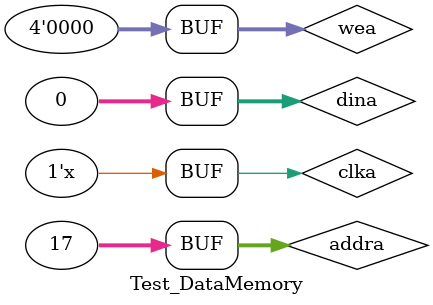
<source format=v>
`timescale 1ns / 1ps


module Test_DataMemory;

	// Inputs
	reg clka;
	reg [3:0] wea;
	reg [31:0] addra;
	reg [31:0] dina;

	// Outputs
	wire [31:0] douta;

	// Instantiate the Unit Under Test (UUT)
	DataMemory uut (
		.clka(clka), 
		.wea(wea), 
		.addra(addra), 
		.dina(dina), 
		.douta(douta)
	);

	initial begin
		// Initialize Inputs
		clka = 0;
		wea = 0;
		addra = 0;
		dina = 0;

		// Wait 100 ns for global reset to finish
		#100;
		addra = 1;
		#100;
		addra = 2;
		#100;
		addra = 3;
		#100;
		addra = 4;
		#100;
		addra = 5;
		#100;
		addra = 6;
		#100;
		addra = 7;
		#100;
		addra = 8;
		#100;
		addra = 9;
		#100;
		addra = 10;
		#100;
		addra = 11;
		#100;
		addra = 12;
		#100;
		addra = 13;
		#100;
		addra = 14;
		#100;
		addra = 15;
		#100;
		addra = 16;
		#100;
		addra = 17;

		// Add stimulus here
	end
      always #50 clka = !clka;
      
endmodule


</source>
